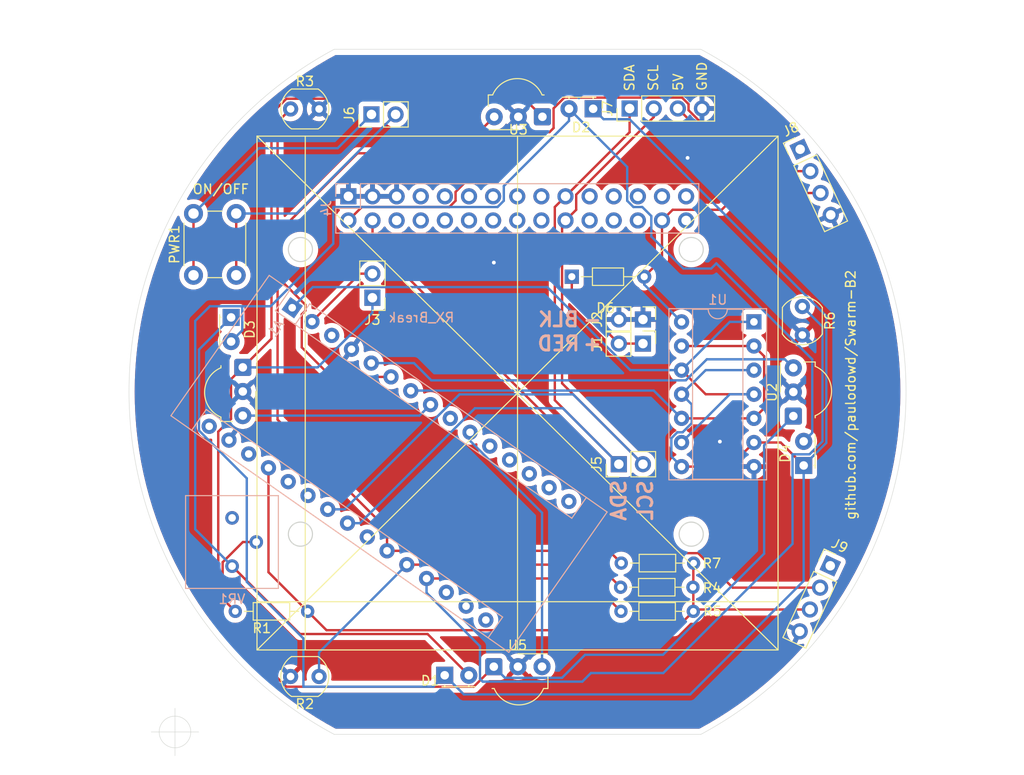
<source format=kicad_pcb>
(kicad_pcb (version 20221018) (generator pcbnew)
  (layers (0 "F.Cu" signal) (31 "B.Cu" signal) (34 "B.Paste" user) (35 "F.Paste" user) (36 "B.SilkS" user "B.Silkscreen") (37 "F.SilkS" user "F.Silkscreen") (38 "B.Mask" user) (39 "F.Mask" user) (44 "Edge.Cuts" user))
  (net 0 "")
  (net 8 "Net-(A1-D7)")
  (net 11 "Net-(A1-A5)")
  (net 12 "Net-(A1-D5)")
  (net 13 "Net-(A1-A4)")
  (net 14 "Net-(A1-D4)")
  (net 16 "Net-(A1-D3)")
  (net 17 "Net-(A1-D2)")
  (net 20 "Net-(A1-D0{slash}RX)")
  (net 22 "Net-(A1-D1{slash}TX)")
  (net 23 "Net-(D1-A)")
  (net 24 "Net-(D1-K)")
  (net 25 "Net-(D6-K)")
  (net 28 "GND")
  (net 29 "+5V")
  (net 31 "Net-(J4-Pin_2)")
  (net 32 "Net-(J4-Pin_4)")
  (net 33 "Net-(U2-OUT)")
  (net 34 "Net-(VR1-WIPER)")
  (net 58 "Net-(J6-Pad1)")
  (net 59 "Net-(J6-Pad2)")
  (net 60 "Net-(A1-A0)")
  (net 61 "Net-(A1-A1)")
  (net 62 "Net-(A1-A2)")
  (footprint "LED_THT:LED_D3.0mm_Horizontal_O1.27mm_Z2.0mm" (layer "F.Cu") (at 111.204 124.078)
    (fp_text reference "D1" (at -1.521803 0.573822) (layer "F.SilkS"))
    (fp_text value "IR_LED")
    (pad "1" thru_hole rect (at 0 0) (size 1.8 1.8) (drill 0.9) (layers "*.Cu" "*.Mask") (net 24 "Net-(D1-K)"))
    (pad "2" thru_hole circle (at 2.54 0) (size 1.8 1.8) (drill 0.9) (layers "*.Cu" "*.Mask") (net 23 "Net-(D1-A)"))
  )
  (footprint "LED_THT:LED_D3.0mm_Horizontal_O1.27mm_Z2.0mm" (layer "F.Cu") (at 126.834 64.428 180)
    (fp_text reference "D2" (at 1.27 -1.96) (layer "F.SilkS"))
    (fp_text value "IR_LED")
    (pad "1" thru_hole rect (at 0 0 180) (size 1.8 1.8) (drill 0.9) (layers "*.Cu" "*.Mask") (net 24 "Net-(D1-K)"))
    (pad "2" thru_hole circle (at 2.54 0 180) (size 1.8 1.8) (drill 0.9) (layers "*.Cu" "*.Mask") (net 23 "Net-(D1-A)"))
  )
  (footprint "LED_THT:LED_D3.0mm_Horizontal_O1.27mm_Z2.0mm" (layer "F.Cu") (at 88.714 86.398 -90)
    (fp_text reference "D3" (at 1.27 -1.96 90) (layer "F.SilkS"))
    (fp_text value "IR_LED")
    (pad "1" thru_hole rect (at 0 0 270) (size 1.8 1.8) (drill 0.9) (layers "*.Cu" "*.Mask") (net 24 "Net-(D1-K)"))
    (pad "2" thru_hole circle (at 2.54 0 270) (size 1.8 1.8) (drill 0.9) (layers "*.Cu" "*.Mask") (net 23 "Net-(D1-A)"))
  )
  (footprint "LED_THT:LED_D3.0mm_Horizontal_O1.27mm_Z2.0mm" (layer "F.Cu") (at 149.004 101.988 90)
    (fp_text reference "D4" (at 1.27 -1.96 90) (layer "F.SilkS"))
    (fp_text value "IR_LED")
    (pad "1" thru_hole rect (at 0 0 90) (size 1.8 1.8) (drill 0.9) (layers "*.Cu" "*.Mask") (net 24 "Net-(D1-K)"))
    (pad "2" thru_hole circle (at 2.54 0 90) (size 1.8 1.8) (drill 0.9) (layers "*.Cu" "*.Mask") (net 23 "Net-(D1-A)"))
  )
  (footprint "OptoDevice:Vishay_MOLD-3Pin" (layer "F.Cu") (at 89.944 91.658 -90)
    (fp_text reference "U4" hide)
    (fp_text value "TSDP34138")
    (pad "1" thru_hole roundrect (at 0 0 270) (size 1.8 1.8) (drill 0.9) (layers "*.Cu" "*.Mask") (roundrect_rratio 0.138) (net 33 "Net-(U2-OUT)"))
    (pad "2" thru_hole circle (at 2.54 0 270) (size 1.8 1.8) (drill 0.9) (layers "*.Cu" "*.Mask") (net 28 "GND"))
    (pad "3" thru_hole circle (at 5.08 0 270) (size 1.8 1.8) (drill 0.9) (layers "*.Cu" "*.Mask") (net 12 "Net-(A1-D5)"))
  )
  (footprint "Connector_PinHeader_2.54mm:PinHeader_1x02_P2.54mm_Vertical" (layer "F.Cu") (at 103.594 84.328 180)
    (fp_text reference "J3" (at 0 -2.33) (layer "F.SilkS"))
    (fp_text value "RX_Break")
    (pad "1" thru_hole rect (at 0 0 180) (size 1.7 1.7) (drill 1) (layers "*.Cu" "*.Mask") (net 33 "Net-(U2-OUT)"))
    (pad "2" thru_hole oval (at 0 2.54 180) (size 1.7 1.7) (drill 1) (layers "*.Cu" "*.Mask") (net 20 "Net-(A1-D0{slash}RX)"))
  )
  (footprint "OptoDevice:R_LDR_5.0x4.1mm_P3mm_Vertical" (layer "F.Cu") (at 148.864 85.248 -90)
    (fp_text reference "R6" (at 1.5 -2.9 90) (layer "F.SilkS"))
    (fp_text value "LDR")
    (pad "1" thru_hole circle (at 0 0 270) (size 1.6 1.6) (drill 0.8) (layers "*.Cu" "*.Mask") (net 60 "Net-(A1-A0)"))
    (pad "2" thru_hole circle (at 3 0 270) (size 1.6 1.6) (drill 0.8) (layers "*.Cu" "*.Mask") (net 28 "GND"))
  )
  (footprint "Diode_THT:D_DO-34_SOD68_P7.62mm_Horizontal" (layer "F.Cu") (at 124.589 82.11)
    (fp_text reference "D6" (at 3.556 3.302) (layer "F.SilkS"))
    (fp_text value "1N5819")
    (pad "1" thru_hole rect (at 0 0) (size 1.5 1.5) (drill 0.75) (layers "*.Cu" "*.Mask") (net 25 "Net-(D6-K)"))
    (pad "2" thru_hole oval (at 7.62 0) (size 1.5 1.5) (drill 0.75) (layers "*.Cu" "*.Mask") (net 29 "+5V"))
  )
  (footprint "Connector_PinHeader_2.54mm:PinHeader_1x02_P2.54mm_Vertical" (layer "F.Cu") (at 129.54 101.854 90)
    (fp_text reference "J5" (at 0 -2.33 90) (layer "F.SilkS"))
    (fp_text value "I2C_3Pi")
    (pad "1" thru_hole rect (at 0 0 90) (size 1.7 1.7) (drill 1) (layers "*.Cu" "*.Mask") (net 13 "Net-(A1-A4)"))
    (pad "2" thru_hole oval (at 0 2.54 90) (size 1.7 1.7) (drill 1) (layers "*.Cu" "*.Mask") (net 11 "Net-(A1-A5)"))
  )
  (footprint "Connector_PinHeader_2.54mm:PinHeader_1x02_P2.54mm_Vertical" (layer "F.Cu") (at 132.08 86.614 -90)
    (fp_text reference "J2" (at 0 4.826 90) (layer "F.SilkS"))
    (fp_text value "GND_3Pi")
    (pad "1" thru_hole rect (at 0 0 270) (size 1.7 1.7) (drill 1) (layers "*.Cu" "*.Mask") (net 28 "GND"))
    (pad "2" thru_hole oval (at 0 2.54 270) (size 1.7 1.7) (drill 1) (layers "*.Cu" "*.Mask") (net 28 "GND"))
  )
  (footprint "Connector_PinHeader_2.54mm:PinHeader_1x02_P2.54mm_Vertical" (layer "F.Cu") (at 132.08 89.154 -90)
    (fp_text reference "J1" (at 0 4.826 90) (layer "F.SilkS"))
    (fp_text value "5v_3Pi")
    (pad "1" thru_hole rect (at 0 0 270) (size 1.7 1.7) (drill 1) (layers "*.Cu" "*.Mask") (net 25 "Net-(D6-K)"))
    (pad "2" thru_hole oval (at 0 2.54 270) (size 1.7 1.7) (drill 1) (layers "*.Cu" "*.Mask") (net 25 "Net-(D6-K)"))
  )
  (footprint "Resistor_THT:R_Axial_DIN0204_L3.6mm_D1.6mm_P7.62mm_Horizontal" (layer "F.Cu") (at 96.774 117.348 180)
    (fp_text reference "R1" (at 4.826 -1.778) (layer "F.SilkS"))
    (fp_text value "15R_IRLED")
    (pad "1" thru_hole circle (at 0 0 180) (size 1.4 1.4) (drill 0.7) (layers "*.Cu" "*.Mask") (net 29 "+5V"))
    (pad "2" thru_hole oval (at 7.62 0 180) (size 1.4 1.4) (drill 0.7) (layers "*.Cu" "*.Mask") (net 34 "Net-(VR1-WIPER)"))
  )
  (footprint "Resistor_THT:R_Axial_DIN0204_L3.6mm_D1.6mm_P7.62mm_Horizontal" (layer "F.Cu") (at 137.384 117.348 180)
    (fp_text reference "R5" (at -2.02 0) (layer "F.SilkS"))
    (fp_text value "10K_LDR")
    (pad "1" thru_hole circle (at 0 0 180) (size 1.4 1.4) (drill 0.7) (layers "*.Cu" "*.Mask") (net 29 "+5V"))
    (pad "2" thru_hole oval (at 7.62 0 180) (size 1.4 1.4) (drill 0.7) (layers "*.Cu" "*.Mask") (net 60 "Net-(A1-A0)"))
  )
  (footprint "Connector_PinHeader_2.54mm:PinHeader_1x02_P2.54mm_Vertical" (layer "F.Cu") (at 103.492 65.024 90)
    (fp_text reference "J6" (at 0 -2.33 90) (layer "F.SilkS"))
    (fp_text value "3PI_SWTCH")
    (pad "1" thru_hole rect (at 0 0 90) (size 1.7 1.7) (drill 1) (layers "*.Cu" "*.Mask") (net 58 "Net-(J6-Pad1)"))
    (pad "2" thru_hole oval (at 0 2.54 90) (size 1.7 1.7) (drill 1) (layers "*.Cu" "*.Mask") (net 59 "Net-(J6-Pad2)"))
  )
  (footprint "Button_Switch_THT:SW_PUSH_6mm" (layer "F.Cu") (at 84.754 81.958 90)
    (fp_text reference "PWR1" (at 3.25 -2 90) (layer "F.SilkS"))
    (fp_text value "Bttn")
    (pad "1" thru_hole circle (at 0 0 180) (size 2 2) (drill 1.1) (layers "*.Cu" "*.Mask") (net 58 "Net-(J6-Pad1)"))
    (pad "1" thru_hole circle (at 6.5 0 180) (size 2 2) (drill 1.1) (layers "*.Cu" "*.Mask") (net 58 "Net-(J6-Pad1)"))
    (pad "2" thru_hole circle (at 0 4.5 180) (size 2 2) (drill 1.1) (layers "*.Cu" "*.Mask") (net 59 "Net-(J6-Pad2)"))
    (pad "2" thru_hole circle (at 6.5 4.5 180) (size 2 2) (drill 1.1) (layers "*.Cu" "*.Mask") (net 59 "Net-(J6-Pad2)"))
  )
  (footprint "OptoDevice:R_LDR_5.0x4.1mm_P3mm_Vertical" (layer "F.Cu") (at 94.979 64.448)
    (fp_text reference "R3" (at 1.5 -2.9) (layer "F.SilkS"))
    (fp_text value "LDR")
    (pad "1" thru_hole circle (at 0 0) (size 1.6 1.6) (drill 0.8) (layers "*.Cu" "*.Mask") (net 62 "Net-(A1-A2)"))
    (pad "2" thru_hole circle (at 3 0) (size 1.6 1.6) (drill 0.8) (layers "*.Cu" "*.Mask") (net 28 "GND"))
  )
  (footprint "Connector_PinHeader_2.54mm:PinHeader_1x04_P2.54mm_Vertical" (layer "F.Cu") (at 130.674 64.4 90)
    (fp_text reference "J7" (at 0 -2.33 90) (layer "F.SilkS"))
    (fp_text value "I2C_Exp")
    (pad "1" thru_hole rect (at 0 0 90) (size 1.7 1.7) (drill 1) (layers "*.Cu" "*.Mask") (net 13 "Net-(A1-A4)"))
    (pad "2" thru_hole oval (at 0 2.54 90) (size 1.7 1.7) (drill 1) (layers "*.Cu" "*.Mask") (net 11 "Net-(A1-A5)"))
    (pad "3" thru_hole oval (at 0 5.08 90) (size 1.7 1.7) (drill 1) (layers "*.Cu" "*.Mask") (net 29 "+5V"))
    (pad "4" thru_hole oval (at 0 7.62 90) (size 1.7 1.7) (drill 1) (layers "*.Cu" "*.Mask") (net 28 "GND"))
  )
  (footprint "Resistor_THT:R_Axial_DIN0204_L3.6mm_D1.6mm_P7.62mm_Horizontal" (layer "F.Cu") (at 137.414 112.268 180)
    (fp_text reference "R7" (at -1.915 -0.03) (layer "F.SilkS"))
    (fp_text value "10K_LDR")
    (pad "1" thru_hole circle (at 0 0 180) (size 1.4 1.4) (drill 0.7) (layers "*.Cu" "*.Mask") (net 29 "+5V"))
    (pad "2" thru_hole oval (at 7.62 0 180) (size 1.4 1.4) (drill 0.7) (layers "*.Cu" "*.Mask") (net 62 "Net-(A1-A2)"))
  )
  (footprint "OptoDevice:R_LDR_5.0x4.1mm_P3mm_Vertical" (layer "F.Cu") (at 97.974 124.208 180)
    (fp_text reference "R2" (at 1.5 -2.9) (layer "F.SilkS"))
    (fp_text value "LDR")
    (pad "1" thru_hole circle (at 0 0 180) (size 1.6 1.6) (drill 0.8) (layers "*.Cu" "*.Mask") (net 61 "Net-(A1-A1)"))
    (pad "2" thru_hole circle (at 3 0 180) (size 1.6 1.6) (drill 0.8) (layers "*.Cu" "*.Mask") (net 28 "GND"))
  )
  (footprint "Resistor_THT:R_Axial_DIN0204_L3.6mm_D1.6mm_P7.62mm_Horizontal" (layer "F.Cu") (at 137.344 114.808 180)
    (fp_text reference "R4" (at -2.01 -0.09) (layer "F.SilkS"))
    (fp_text value "10K_LDR")
    (pad "1" thru_hole circle (at 0 0 180) (size 1.4 1.4) (drill 0.7) (layers "*.Cu" "*.Mask") (net 29 "+5V"))
    (pad "2" thru_hole oval (at 7.62 0 180) (size 1.4 1.4) (drill 0.7) (layers "*.Cu" "*.Mask") (net 61 "Net-(A1-A1)"))
  )
  (footprint "Connector_PinHeader_2.54mm:PinHeader_1x04_P2.54mm_Vertical" (layer "F.Cu") (at 148.633649 68.693935 25)
    (fp_text reference "J8" (at 0 -2.33 25) (layer "F.SilkS"))
    (fp_text value "ProxA")
    (pad "1" thru_hole rect (at 0 0 25) (size 1.7 1.7) (drill 1) (layers "*.Cu" "*.Mask"))
    (pad "2" thru_hole oval (at 0 2.54 25) (size 1.7 1.7) (drill 1) (layers "*.Cu" "*.Mask") (net 31 "Net-(J4-Pin_2)"))
    (pad "3" thru_hole oval (at 0 5.08 25) (size 1.7 1.7) (drill 1) (layers "*.Cu" "*.Mask") (net 29 "+5V"))
    (pad "4" thru_hole oval (at 0 7.62 25) (size 1.7 1.7) (drill 1) (layers "*.Cu" "*.Mask") (net 28 "GND"))
  )
  (footprint "OptoDevice:Vishay_MOLD-3Pin" (layer "F.Cu") (at 116.374 123.173)
    (fp_text reference "U5" (at 2.5 -2.25) (layer "F.SilkS"))
    (fp_text value "TSDP34138")
    (pad "1" thru_hole roundrect (at 0 0) (size 1.8 1.8) (drill 0.9) (layers "*.Cu" "*.Mask") (roundrect_rratio 0.138) (net 33 "Net-(U2-OUT)"))
    (pad "2" thru_hole circle (at 2.54 0) (size 1.8 1.8) (drill 0.9) (layers "*.Cu" "*.Mask") (net 28 "GND"))
    (pad "3" thru_hole circle (at 5.08 0) (size 1.8 1.8) (drill 0.9) (layers "*.Cu" "*.Mask") (net 8 "Net-(A1-D7)"))
  )
  (footprint "Connector_PinHeader_2.54mm:PinHeader_1x04_P2.54mm_Vertical" (layer "F.Cu") (at 151.804 112.55 -25)
    (fp_text reference "J9" (at 0 -2.33 155) (layer "F.SilkS"))
    (fp_text value "ProxB")
    (pad "1" thru_hole rect (at 0 0 335) (size 1.7 1.7) (drill 1) (layers "*.Cu" "*.Mask"))
    (pad "2" thru_hole oval (at 0 2.54 335) (size 1.7 1.7) (drill 1) (layers "*.Cu" "*.Mask") (net 32 "Net-(J4-Pin_4)"))
    (pad "3" thru_hole oval (at 0 5.08 335) (size 1.7 1.7) (drill 1) (layers "*.Cu" "*.Mask") (net 29 "+5V"))
    (pad "4" thru_hole oval (at 0 7.62 335) (size 1.7 1.7) (drill 1) (layers "*.Cu" "*.Mask") (net 28 "GND"))
  )
  (footprint "OptoDevice:Vishay_MOLD-3Pin" (layer "F.Cu") (at 121.494 65.273 180)
    (fp_text reference "U3" (at 2.54 -1.36) (layer "F.SilkS"))
    (fp_text value "TSDP34138")
    (pad "1" thru_hole roundrect (at 0 0 180) (size 1.8 1.8) (drill 0.9) (layers "*.Cu" "*.Mask") (roundrect_rratio 0.138) (net 33 "Net-(U2-OUT)"))
    (pad "2" thru_hole circle (at 2.54 0 180) (size 1.8 1.8) (drill 0.9) (layers "*.Cu" "*.Mask") (net 28 "GND"))
    (pad "3" thru_hole circle (at 5.08 0 180) (size 1.8 1.8) (drill 0.9) (layers "*.Cu" "*.Mask") (net 16 "Net-(A1-D3)"))
  )
  (footprint "OptoDevice:Vishay_MOLD-3Pin" (layer "F.Cu") (at 147.914 96.788 90)
    (fp_text reference "U2" (at 2.5 -2.25 90) (layer "F.SilkS"))
    (fp_text value "TSDP34138")
    (pad "1" thru_hole roundrect (at 0 0 90) (size 1.8 1.8) (drill 0.9) (layers "*.Cu" "*.Mask") (roundrect_rratio 0.138) (net 33 "Net-(U2-OUT)"))
    (pad "2" thru_hole circle (at 2.54 0 90) (size 1.8 1.8) (drill 0.9) (layers "*.Cu" "*.Mask") (net 28 "GND"))
    (pad "3" thru_hole circle (at 5.08 0 90) (size 1.8 1.8) (drill 0.9) (layers "*.Cu" "*.Mask") (net 17 "Net-(A1-D2)"))
  )
  (footprint "Module:Arduino_Nano" (layer "B.Cu") (at 95.148197 85.378397 -125)
    (fp_text reference "A1" (at 2.760458 0.159755 55) (layer "B.SilkS") (effects (justify mirror)))
    (fp_text value "Arduino_Nano_v3.x")
    (pad "1" thru_hole rect (at 0 0 235) (size 1.6 1.6) (drill 0.8) (layers "*.Cu" "*.Mask") (net 22 "Net-(A1-D1{slash}TX)"))
    (pad "2" thru_hole oval (at 0 -2.54 235) (size 1.6 1.6) (drill 0.8) (layers "*.Cu" "*.Mask") (net 20 "Net-(A1-D0{slash}RX)"))
    (pad "3" thru_hole oval (at 0 -5.08 235) (size 1.6 1.6) (drill 0.8) (layers "*.Cu" "*.Mask"))
    (pad "4" thru_hole oval (at 0 -7.62 235) (size 1.6 1.6) (drill 0.8) (layers "*.Cu" "*.Mask") (net 28 "GND"))
    (pad "5" thru_hole oval (at 0 -10.16 235) (size 1.6 1.6) (drill 0.8) (layers "*.Cu" "*.Mask") (net 17 "Net-(A1-D2)"))
    (pad "6" thru_hole oval (at 0 -12.7 235) (size 1.6 1.6) (drill 0.8) (layers "*.Cu" "*.Mask") (net 16 "Net-(A1-D3)"))
    (pad "7" thru_hole oval (at 0 -15.24 235) (size 1.6 1.6) (drill 0.8) (layers "*.Cu" "*.Mask") (net 14 "Net-(A1-D4)"))
    (pad "8" thru_hole oval (at 0 -17.78 235) (size 1.6 1.6) (drill 0.8) (layers "*.Cu" "*.Mask") (net 12 "Net-(A1-D5)"))
    (pad "9" thru_hole oval (at 0 -20.32 235) (size 1.6 1.6) (drill 0.8) (layers "*.Cu" "*.Mask"))
    (pad "10" thru_hole oval (at 0 -22.86 235) (size 1.6 1.6) (drill 0.8) (layers "*.Cu" "*.Mask") (net 8 "Net-(A1-D7)"))
    (pad "11" thru_hole oval (at 0 -25.4 235) (size 1.6 1.6) (drill 0.8) (layers "*.Cu" "*.Mask"))
    (pad "12" thru_hole oval (at 0 -27.94 235) (size 1.6 1.6) (drill 0.8) (layers "*.Cu" "*.Mask"))
    (pad "13" thru_hole oval (at 0 -30.48 235) (size 1.6 1.6) (drill 0.8) (layers "*.Cu" "*.Mask"))
    (pad "14" thru_hole oval (at 0 -33.02 235) (size 1.6 1.6) (drill 0.8) (layers "*.Cu" "*.Mask"))
    (pad "15" thru_hole oval (at 0 -35.56 235) (size 1.6 1.6) (drill 0.8) (layers "*.Cu" "*.Mask"))
    (pad "16" thru_hole oval (at 15.24 -35.56 235) (size 1.6 1.6) (drill 0.8) (layers "*.Cu" "*.Mask"))
    (pad "17" thru_hole oval (at 15.24 -33.02 235) (size 1.6 1.6) (drill 0.8) (layers "*.Cu" "*.Mask"))
    (pad "18" thru_hole oval (at 15.24 -30.48 235) (size 1.6 1.6) (drill 0.8) (layers "*.Cu" "*.Mask"))
    (pad "19" thru_hole oval (at 15.24 -27.94 235) (size 1.6 1.6) (drill 0.8) (layers "*.Cu" "*.Mask") (net 60 "Net-(A1-A0)"))
    (pad "20" thru_hole oval (at 15.24 -25.4 235) (size 1.6 1.6) (drill 0.8) (layers "*.Cu" "*.Mask") (net 61 "Net-(A1-A1)"))
    (pad "21" thru_hole oval (at 15.24 -22.86 235) (size 1.6 1.6) (drill 0.8) (layers "*.Cu" "*.Mask") (net 62 "Net-(A1-A2)"))
    (pad "22" thru_hole oval (at 15.24 -20.32 235) (size 1.6 1.6) (drill 0.8) (layers "*.Cu" "*.Mask"))
    (pad "23" thru_hole oval (at 15.24 -17.78 235) (size 1.6 1.6) (drill 0.8) (layers "*.Cu" "*.Mask") (net 13 "Net-(A1-A4)"))
    (pad "24" thru_hole oval (at 15.24 -15.24 235) (size 1.6 1.6) (drill 0.8) (layers "*.Cu" "*.Mask") (net 11 "Net-(A1-A5)"))
    (pad "25" thru_hole oval (at 15.24 -12.7 235) (size 1.6 1.6) (drill 0.8) (layers "*.Cu" "*.Mask"))
    (pad "26" thru_hole oval (at 15.24 -10.16 235) (size 1.6 1.6) (drill 0.8) (layers "*.Cu" "*.Mask"))
    (pad "27" thru_hole oval (at 15.24 -7.62 235) (size 1.6 1.6) (drill 0.8) (layers "*.Cu" "*.Mask") (net 29 "+5V"))
    (pad "28" thru_hole oval (at 15.24 -5.08 235) (size 1.6 1.6) (drill 0.8) (layers "*.Cu" "*.Mask"))
    (pad "29" thru_hole oval (at 15.24 -2.54 235) (size 1.6 1.6) (drill 0.8) (layers "*.Cu" "*.Mask") (net 28 "GND"))
    (pad "30" thru_hole oval (at 15.24 0 235) (size 1.6 1.6) (drill 0.8) (layers "*.Cu" "*.Mask"))
  )
  (footprint "Package_DIP:DIP-14_W7.62mm_Socket" (layer "B.Cu") (at 143.764 86.868 180)
    (fp_text reference "U1" (at 3.81 2.33) (layer "B.SilkS") (effects (justify mirror)))
    (fp_text value "74LS32")
    (pad "1" thru_hole rect (at 0 0 180) (size 1.6 1.6) (drill 0.8) (layers "*.Cu" "*.Mask") (net 22 "Net-(A1-D1{slash}TX)"))
    (pad "2" thru_hole oval (at 0 -2.54 180) (size 1.6 1.6) (drill 0.8) (layers "*.Cu" "*.Mask") (net 14 "Net-(A1-D4)"))
    (pad "3" thru_hole oval (at 0 -5.08 180) (size 1.6 1.6) (drill 0.8) (layers "*.Cu" "*.Mask") (net 24 "Net-(D1-K)"))
    (pad "4" thru_hole oval (at 0 -7.62 180) (size 1.6 1.6) (drill 0.8) (layers "*.Cu" "*.Mask") (net 22 "Net-(A1-D1{slash}TX)"))
    (pad "5" thru_hole oval (at 0 -10.16 180) (size 1.6 1.6) (drill 0.8) (layers "*.Cu" "*.Mask") (net 14 "Net-(A1-D4)"))
    (pad "6" thru_hole oval (at 0 -12.7 180) (size 1.6 1.6) (drill 0.8) (layers "*.Cu" "*.Mask") (net 24 "Net-(D1-K)"))
    (pad "7" thru_hole oval (at 0 -15.24 180) (size 1.6 1.6) (drill 0.8) (layers "*.Cu" "*.Mask") (net 28 "GND"))
    (pad "8" thru_hole oval (at 7.62 -15.24 180) (size 1.6 1.6) (drill 0.8) (layers "*.Cu" "*.Mask") (net 24 "Net-(D1-K)"))
    (pad "9" thru_hole oval (at 7.62 -12.7 180) (size 1.6 1.6) (drill 0.8) (layers "*.Cu" "*.Mask") (net 22 "Net-(A1-D1{slash}TX)"))
    (pad "10" thru_hole oval (at 7.62 -10.16 180) (size 1.6 1.6) (drill 0.8) (layers "*.Cu" "*.Mask") (net 14 "Net-(A1-D4)"))
    (pad "11" thru_hole oval (at 7.62 -7.62 180) (size 1.6 1.6) (drill 0.8) (layers "*.Cu" "*.Mask") (net 24 "Net-(D1-K)"))
    (pad "12" thru_hole oval (at 7.62 -5.08 180) (size 1.6 1.6) (drill 0.8) (layers "*.Cu" "*.Mask") (net 22 "Net-(A1-D1{slash}TX)"))
    (pad "13" thru_hole oval (at 7.62 -2.54 180) (size 1.6 1.6) (drill 0.8) (layers "*.Cu" "*.Mask") (net 14 "Net-(A1-D4)"))
    (pad "14" thru_hole oval (at 7.62 0 180) (size 1.6 1.6) (drill 0.8) (layers "*.Cu" "*.Mask") (net 29 "+5V"))
  )
  (footprint "Potentiometer_THT:Potentiometer_Bourns_3386P_Vertical" (layer "B.Cu") (at 88.819 107.508)
    (fp_text reference "VR1" (at -0.015 8.555) (layer "B.SilkS") (effects (justify mirror)))
    (fp_text value "1K_Pot_IRLED")
    (pad "1" thru_hole circle (at 0 0) (size 1.44 1.44) (drill 0.8) (layers "*.Cu" "*.Mask"))
    (pad "2" thru_hole circle (at 2.54 2.54) (size 1.44 1.44) (drill 0.8) (layers "*.Cu" "*.Mask") (net 34 "Net-(VR1-WIPER)"))
    (pad "3" thru_hole circle (at 0 5.08) (size 1.44 1.44) (drill 0.8) (layers "*.Cu" "*.Mask") (net 23 "Net-(D1-A)"))
  )
  (footprint "Connector_PinHeader_2.54mm:PinHeader_2x15_P2.54mm_Vertical" (layer "B.Cu") (at 101.064 73.648 -90)
    (fp_text reference "J4" (at 1.27 2.33 90) (layer "B.SilkS") (effects (justify mirror)))
    (fp_text value "Conn_02x15_Top_Bottom")
    (pad "1" thru_hole rect (at 0 0 270) (size 1.7 1.7) (drill 1) (layers "*.Cu" "*.Mask") (net 28 "GND"))
    (pad "2" thru_hole oval (at 2.54 0 270) (size 1.7 1.7) (drill 1) (layers "*.Cu" "*.Mask") (net 31 "Net-(J4-Pin_2)"))
    (pad "3" thru_hole oval (at 0 -2.54 270) (size 1.7 1.7) (drill 1) (layers "*.Cu" "*.Mask") (net 28 "GND"))
    (pad "4" thru_hole oval (at 2.54 -2.54 270) (size 1.7 1.7) (drill 1) (layers "*.Cu" "*.Mask") (net 32 "Net-(J4-Pin_4)"))
    (pad "5" thru_hole oval (at 0 -5.08 270) (size 1.7 1.7) (drill 1) (layers "*.Cu" "*.Mask") (net 28 "GND"))
    (pad "6" thru_hole oval (at 2.54 -5.08 270) (size 1.7 1.7) (drill 1) (layers "*.Cu" "*.Mask"))
    (pad "7" thru_hole oval (at 0 -7.62 270) (size 1.7 1.7) (drill 1) (layers "*.Cu" "*.Mask"))
    (pad "8" thru_hole oval (at 2.54 -7.62 270) (size 1.7 1.7) (drill 1) (layers "*.Cu" "*.Mask"))
    (pad "9" thru_hole oval (at 0 -10.16 270) (size 1.7 1.7) (drill 1) (layers "*.Cu" "*.Mask"))
    (pad "10" thru_hole oval (at 2.54 -10.16 270) (size 1.7 1.7) (drill 1) (layers "*.Cu" "*.Mask"))
    (pad "11" thru_hole oval (at 0 -12.7 270) (size 1.7 1.7) (drill 1) (layers "*.Cu" "*.Mask"))
    (pad "12" thru_hole oval (at 2.54 -12.7 270) (size 1.7 1.7) (drill 1) (layers "*.Cu" "*.Mask"))
    (pad "13" thru_hole oval (at 0 -15.24 270) (size 1.7 1.7) (drill 1) (layers "*.Cu" "*.Mask"))
    (pad "14" thru_hole oval (at 2.54 -15.24 270) (size 1.7 1.7) (drill 1) (layers "*.Cu" "*.Mask"))
    (pad "15" thru_hole oval (at 0 -17.78 270) (size 1.7 1.7) (drill 1) (layers "*.Cu" "*.Mask"))
    (pad "16" thru_hole oval (at 2.54 -17.78 270) (size 1.7 1.7) (drill 1) (layers "*.Cu" "*.Mask"))
    (pad "17" thru_hole oval (at 0 -20.32 270) (size 1.7 1.7) (drill 1) (layers "*.Cu" "*.Mask"))
    (pad "18" thru_hole oval (at 2.54 -20.32 270) (size 1.7 1.7) (drill 1) (layers "*.Cu" "*.Mask"))
    (pad "19" thru_hole oval (at 0 -22.86 270) (size 1.7 1.7) (drill 1) (layers "*.Cu" "*.Mask") (net 13 "Net-(A1-A4)"))
    (pad "20" thru_hole oval (at 2.54 -22.86 270) (size 1.7 1.7) (drill 1) (layers "*.Cu" "*.Mask") (net 11 "Net-(A1-A5)"))
    (pad "21" thru_hole oval (at 0 -25.4 270) (size 1.7 1.7) (drill 1) (layers "*.Cu" "*.Mask"))
    (pad "22" thru_hole oval (at 2.54 -25.4 270) (size 1.7 1.7) (drill 1) (layers "*.Cu" "*.Mask"))
    (pad "23" thru_hole oval (at 0 -27.94 270) (size 1.7 1.7) (drill 1) (layers "*.Cu" "*.Mask"))
    (pad "24" thru_hole oval (at 2.54 -27.94 270) (size 1.7 1.7) (drill 1) (layers "*.Cu" "*.Mask"))
    (pad "25" thru_hole oval (at 0 -30.48 270) (size 1.7 1.7) (drill 1) (layers "*.Cu" "*.Mask"))
    (pad "26" thru_hole oval (at 2.54 -30.48 270) (size 1.7 1.7) (drill 1) (layers "*.Cu" "*.Mask"))
    (pad "27" thru_hole oval (at 0 -33.02 270) (size 1.7 1.7) (drill 1) (layers "*.Cu" "*.Mask"))
    (pad "28" thru_hole oval (at 2.54 -33.02 270) (size 1.7 1.7) (drill 1) (layers "*.Cu" "*.Mask") (net 29 "+5V"))
    (pad "29" thru_hole oval (at 0 -35.56 270) (size 1.7 1.7) (drill 1) (layers "*.Cu" "*.Mask"))
    (pad "30" thru_hole oval (at 2.54 -35.56 270) (size 1.7 1.7) (drill 1) (layers "*.Cu" "*.Mask"))
  )
  (gr_line (start 91.44 67.31) (end 91.44 121.412) (stroke (width 0.12)) (layer "F.SilkS"))
  (gr_line (start 146.304 67.31) (end 146.304 121.412) (stroke (width 0.12)) (layer "F.SilkS"))
  (gr_line (start 91.44 121.412) (end 146.304 67.31) (stroke (width 0.12)) (layer "F.SilkS"))
  (gr_line (start 96.52 67.31) (end 96.52 121.412) (stroke (width 0.12)) (layer "F.SilkS"))
  (gr_line (start 118.872 67.31) (end 118.872 121.412) (stroke (width 0.12)) (layer "F.SilkS"))
  (gr_line (start 91.44 116.332) (end 146.304 116.332) (stroke (width 0.12)) (layer "F.SilkS"))
  (gr_line (start 91.44 67.31) (end 146.304 67.31) (stroke (width 0.12)) (layer "F.SilkS"))
  (gr_line (start 91.44 121.412) (end 146.304 121.412) (stroke (width 0.12)) (layer "F.SilkS"))
  (gr_line (start 91.44 67.31) (end 146.304 121.412) (stroke (width 0.12)) (layer "F.SilkS"))
  (gr_circle (center 96.012 79.248) (end 97.282 79.248) (stroke (width 0.12)) (fill none) (layer "Edge.Cuts"))
  (gr_line (start 99.568001 58.166) (end 138.176 58.166) (stroke (width 0.05)) (layer "Edge.Cuts"))
  (gr_circle (center 137.16 109.22) (end 138.43 109.22) (stroke (width 0.12)) (fill none) (layer "Edge.Cuts"))
  (gr_arc (start 99.568 130.301999) (mid 77.963016 94.234) (end 99.568001 58.166001) (stroke (width 0.05)) (layer "Edge.Cuts"))
  (gr_circle (center 96.012 109.22) (end 97.282 109.22) (stroke (width 0.12)) (fill none) (layer "Edge.Cuts"))
  (gr_line (start 138.175999 130.301999) (end 99.568 130.301999) (stroke (width 0.05)) (layer "Edge.Cuts"))
  (gr_circle (center 137.16 79.248) (end 138.43 79.248) (stroke (width 0.12)) (fill none) (layer "Edge.Cuts"))
  (gr_arc (start 138.176 58.166001) (mid 159.780984 94.234) (end 138.175999 130.301999) (stroke (width 0.05)) (layer "Edge.Cuts"))
  (gr_text "SDA" (at 129.54 105.664 90) (layer "B.SilkS") (effects (font (size 1.5 1.5) (thickness 0.3)) (justify mirror)))
  (gr_text "-" (at 126.746 86.614) (layer "B.SilkS") (effects (font (size 1.5 1.5) (thickness 0.3))))
  (gr_text "+" (at 126.746 89.154) (layer "B.SilkS") (effects (font (size 1.5 1.5) (thickness 0.3))))
  (gr_text "RX_Break" (at 112.304 87) (layer "B.SilkS") (effects (font (size 1 1)) (justify left bottom mirror)))
  (gr_text "RED" (at 123.19 89.154) (layer "B.SilkS") (effects (font (size 1.5 1.5) (thickness 0.3)) (justify mirror)))
  (gr_text "SCL" (at 132.334 105.664 90) (layer "B.SilkS") (effects (font (size 1.5 1.5) (thickness 0.3)) (justify mirror)))
  (gr_text "BLK" (at 123.19 86.614) (layer "B.SilkS") (effects (font (size 1.5 1.5) (thickness 0.3)) (justify mirror)))
  (gr_text "github.com/paulodowd/Swarm-B2" (at 153.954 94.55 90) (layer "F.SilkS") (effects (font (size 1 1))))
  (gr_text "SDA" (at 131.254 62.675 90) (layer "F.SilkS") (effects (font (size 1 1)) (justify left bottom)))
  (gr_text "GND" (at 138.879 62.625 90) (layer "F.SilkS") (effects (font (size 1 1)) (justify left bottom)))
  (gr_text "ON/OFF" (at 87.63 72.898) (layer "F.SilkS") (effects (font (size 1 1))))
  (gr_text "SCL" (at 133.754 62.65 90) (layer "F.SilkS") (effects (font (size 1 1)) (justify left bottom)))
  (gr_text "5V" (at 136.379 62.625 90) (layer "F.SilkS") (effects (font (size 1 1)) (justify left bottom)))
  (target plus (at 82.804 130.048) (size 5) (width 0.05) (layer "Edge.Cuts"))
  (segment (start 121.454 123.173) (end 121.454 106.966859) (width 0.25) (layer "B.Cu") (net 8))
  (segment (start 121.454 106.966859) (end 113.874013 99.386872) (width 0.25) (layer "B.Cu") (net 8))
  (segment (start 113.874013 99.386872) (end 113.874013 98.490354) (width 0.25) (layer "B.Cu") (net 8))
  (segment (start 125.049 73.472009) (end 125.049 75.063) (width 0.25) (layer "F.Cu") (net 11))
  (segment (start 125.049 75.063) (end 123.924 76.188) (width 0.25) (layer "F.Cu") (net 11))
  (segment (start 123.564 93.338) (end 123.564 76.548) (width 0.25) (layer "F.Cu") (net 11))
  (segment (start 133.214 65.307009) (end 125.049 73.472009) (width 0.25) (layer "F.Cu") (net 11))
  (segment (start 123.564 76.548) (end 123.924 76.188) (width 0.25) (layer "F.Cu") (net 11))
  (segment (start 133.214 64.4) (end 133.214 65.307009) (width 0.25) (layer "F.Cu") (net 11))
  (segment (start 132.08 101.854) (end 123.564 93.338) (width 0.25) (layer "F.Cu") (net 11))
  (segment (start 132.08 101.854) (end 124.727586 94.501586) (width 0.25) (layer "B.Cu") (net 11))
  (segment (start 100.660421 106.603579) (end 98.890769 106.603579) (width 0.25) (layer "B.Cu") (net 11))
  (segment (start 124.727586 94.501586) (end 112.762414 94.501586) (width 0.25) (layer "B.Cu") (net 11))
  (segment (start 112.762414 94.501586) (end 100.660421 106.603579) (width 0.25) (layer "B.Cu") (net 11))
  (segment (start 89.944 96.738) (end 108.551306 96.738) (width 0.25) (layer "B.Cu") (net 12))
  (segment (start 108.551306 96.738) (end 109.71272 95.576586) (width 0.25) (layer "B.Cu") (net 12))
  (segment (start 130.674 66.898) (end 123.924 73.648) (width 0.25) (layer "F.Cu") (net 13))
  (segment (start 130.674 64.4) (end 130.674 66.898) (width 0.25) (layer "F.Cu") (net 13))
  (segment (start 122.799 74.773) (end 123.924 73.648) (width 0.25) (layer "F.Cu") (net 13))
  (segment (start 129.54 101.854) (end 122.799 95.113) (width 0.25) (layer "F.Cu") (net 13))
  (segment (start 122.799 95.113) (end 122.799 74.773) (width 0.25) (layer "F.Cu") (net 13))
  (segment (start 102.286654 108.060463) (end 100.971415 108.060463) (width 0.25) (layer "B.Cu") (net 13))
  (segment (start 129.54 101.854) (end 123.64447 95.95847) (width 0.25) (layer "B.Cu") (net 13))
  (segment (start 114.388647 95.95847) (end 102.286654 108.060463) (width 0.25) (layer "B.Cu") (net 13))
  (segment (start 123.64447 95.95847) (end 114.388647 95.95847) (width 0.25) (layer "B.Cu") (net 13))
  (segment (start 144.839 95.953) (end 143.764 97.028) (width 0.25) (layer "F.Cu") (net 14))
  (segment (start 143.764 97.028) (end 136.144 97.028) (width 0.25) (layer "F.Cu") (net 14))
  (segment (start 143.764 89.408) (end 144.839 90.483) (width 0.25) (layer "F.Cu") (net 14))
  (segment (start 136.144 89.408) (end 143.764 89.408) (width 0.25) (layer "F.Cu") (net 14))
  (segment (start 144.839 90.483) (end 144.839 95.953) (width 0.25) (layer "F.Cu") (net 14))
  (segment (start 133.217586 94.101586) (end 136.144 97.028) (width 0.25) (layer "B.Cu") (net 14))
  (segment (start 107.632074 94.119702) (end 107.65019 94.101586) (width 0.25) (layer "B.Cu") (net 14))
  (segment (start 107.65019 94.101586) (end 133.217586 94.101586) (width 0.25) (layer "B.Cu") (net 14))
  (segment (start 105.551428 92.662818) (end 99.266818 92.662818) (width 0.25) (layer "F.Cu") (net 16))
  (segment (start 96.53738 85.068028) (end 94.006484 82.537132) (width 0.25) (layer "F.Cu") (net 16))
  (segment (start 94.006484 82.537132) (end 94.006484 77.131832) (width 0.25) (layer "F.Cu") (net 16))
  (segment (start 112.572 69.115) (end 102.023315 69.115) (width 0.25) (layer "F.Cu") (net 16))
  (segment (start 96.53738 85.688766) (end 96.53738 85.068028) (width 0.25) (layer "F.Cu") (net 16))
  (segment (start 94.733658 76.404658) (end 94.548666 76.589649) (width 0.25) (layer "F.Cu") (net 16))
  (segment (start 116.414 65.273) (end 112.572 69.115) (width 0.25) (layer "F.Cu") (net 16))
  (segment (start 94.006484 77.131832) (end 94.733658 76.404658) (width 0.25) (layer "F.Cu") (net 16))
  (segment (start 96.153843 86.072303) (end 96.53738 85.688766) (width 0.25) (layer "F.Cu") (net 16))
  (segment (start 102.023315 69.115) (end 94.733658 76.404658) (width 0.25) (layer "F.Cu") (net 16))
  (segment (start 99.266818 92.662818) (end 96.153843 89.549843) (width 0.25) (layer "F.Cu") (net 16))
  (segment (start 96.153843 89.549843) (end 96.153843 86.072303) (width 0.25) (layer "F.Cu") (net 16))
  (segment (start 138.80428 90.808) (end 136.58928 93.023) (width 0.25) (layer "B.Cu") (net 17))
  (segment (start 147.914 91.708) (end 147.014 90.808) (width 0.25) (layer "B.Cu") (net 17))
  (segment (start 107.969934 91.205934) (end 103.470782 91.205934) (width 0.25) (layer "B.Cu") (net 17))
  (segment (start 147.014 90.808) (end 138.80428 90.808) (width 0.25) (layer "B.Cu") (net 17))
  (segment (start 109.787 93.023) (end 107.969934 91.205934) (width 0.25) (layer "B.Cu") (net 17))
  (segment (start 136.58928 93.023) (end 109.787 93.023) (width 0.25) (layer "B.Cu") (net 17))
  (segment (start 103.594 81.788) (end 102.276124 81.788) (width 0.25) (layer "F.Cu") (net 20))
  (segment (start 102.276124 81.788) (end 97.228843 86.835281) (width 0.25) (layer "F.Cu") (net 20))
  (segment (start 138.684 94.488) (end 136.144 91.948) (width 0.25) (layer "F.Cu") (net 22))
  (segment (start 143.764 94.488) (end 138.684 94.488) (width 0.25) (layer "F.Cu") (net 22))
  (segment (start 141.224 94.488) (end 136.144 99.568) (width 0.25) (layer "B.Cu") (net 22))
  (segment (start 130.743009 91.948) (end 136.144 91.948) (width 0.25) (layer "B.Cu") (net 22))
  (segment (start 141.224 86.868) (end 136.144 91.948) (width 0.25) (layer "B.Cu") (net 22))
  (segment (start 97.323594 83.203) (end 121.998009 83.203) (width 0.25) (layer "B.Cu") (net 22))
  (segment (start 121.998009 83.203) (end 130.743009 91.948) (width 0.25) (layer "B.Cu") (net 22))
  (segment (start 143.764 94.488) (end 141.224 94.488) (width 0.25) (layer "B.Cu") (net 22))
  (segment (start 143.764 86.868) (end 141.224 86.868) (width 0.25) (layer "B.Cu") (net 22))
  (segment (start 95.148197 85.378397) (end 97.323594 83.203) (width 0.25) (layer "B.Cu") (net 22))
  (segment (start 95.964652 119.733652) (end 109.399652 119.733652) (width 0.25) (layer "F.Cu") (net 23))
  (segment (start 88.819 112.588) (end 95.964652 119.733652) (width 0.25) (layer "F.Cu") (net 23))
  (segment (start 109.399652 119.733652) (end 113.744 124.078) (width 0.25) (layer "F.Cu") (net 23))
  (segment (start 89.889 87.763) (end 88.714 88.938) (width 0.25) (layer "B.Cu") (net 23))
  (segment (start 139.263944 81.251498) (end 136.333692 81.251498) (width 0.25) (layer "B.Cu") (net 23))
  (segment (start 86.481 85.223) (end 89.889 85.223) (width 0.25) (layer "B.Cu") (net 23))
  (segment (start 124.294 64.428) (end 124.294 65.700792) (width 0.25) (layer "B.Cu") (net 23))
  (segment (start 149.904 98.548) (end 149.904 90.80828) (width 0.25) (layer "B.Cu") (net 23))
  (segment (start 99.471 74.773) (end 99.471 78.624515) (width 0.25) (layer "B.Cu") (net 23))
  (segment (start 132.959 75.722009) (end 132.009991 74.773) (width 0.25) (layer "B.Cu") (net 23))
  (segment (start 124.294 65.700792) (end 117.429 72.565792) (width 0.25) (layer "B.Cu") (net 23))
  (segment (start 117.429 74.113991) (end 116.769991 74.773) (width 0.25) (layer "B.Cu") (net 23))
  (segment (start 116.769991 74.773) (end 99.471 74.773) (width 0.25) (layer "B.Cu") (net 23))
  (segment (start 117.429 72.565792) (end 117.429 74.113991) (width 0.25) (layer "B.Cu") (net 23))
  (segment (start 136.333692 81.251498) (end 132.959 77.876806) (width 0.25) (layer "B.Cu") (net 23))
  (segment (start 139.805581 80.709861) (end 139.263944 81.251498) (width 0.25) (layer "B.Cu") (net 23))
  (segment (start 130.419 74.113991) (end 130.419 70.553) (width 0.25) (layer "B.Cu") (net 23))
  (segment (start 89.889 85.223) (end 89.889 87.763) (width 0.25) (layer "B.Cu") (net 23))
  (segment (start 132.009991 74.773) (end 131.078009 74.773) (width 0.25) (layer "B.Cu") (net 23))
  (segment (start 132.959 77.876806) (end 132.959 75.722009) (width 0.25) (layer "B.Cu") (net 23))
  (segment (start 99.471 78.624515) (end 92.872515 85.223) (width 0.25) (layer "B.Cu") (net 23))
  (segment (start 88.819 112.588) (end 84.931892 108.700892) (width 0.25) (layer "B.Cu") (net 23))
  (segment (start 131.078009 74.773) (end 130.419 74.113991) (width 0.25) (layer "B.Cu") (net 23))
  (segment (start 84.931892 86.772108) (end 86.481 85.223) (width 0.25) (layer "B.Cu") (net 23))
  (segment (start 149.904 90.80828) (end 139.805581 80.709861) (width 0.25) (layer "B.Cu") (net 23))
  (segment (start 149.004 99.448) (end 149.904 98.548) (width 0.25) (layer "B.Cu") (net 23))
  (segment (start 84.931892 108.700892) (end 84.931892 86.772108) (width 0.25) (layer "B.Cu") (net 23))
  (segment (start 130.419 70.553) (end 124.294 64.428) (width 0.25) (layer "B.Cu") (net 23))
  (segment (start 92.872515 85.223) (end 89.889 85.223) (width 0.25) (layer "B.Cu") (net 23))
  (segment (start 136.144 102.108) (end 141.224 102.108) (width 0.25) (layer "F.Cu") (net 24))
  (segment (start 143.764 99.568) (end 146.584 99.568) (width 0.25) (layer "F.Cu") (net 24))
  (segment (start 141.224 102.108) (end 143.764 99.568) (width 0.25) (layer "F.Cu") (net 24))
  (segment (start 146.584 99.568) (end 149.004 101.988) (width 0.25) (layer "F.Cu") (net 24))
  (segment (start 136.254 98.493) (end 135.69872 98.493) (width 0.25) (layer "B.Cu") (net 24))
  (segment (start 137.219 95.563) (end 137.219 97.528) (width 0.25) (layer "B.Cu") (net 24))
  (segment (start 90.364 103.339662) (end 85.331892 98.307554) (width 0.25) (layer "B.Cu") (net 24))
  (segment (start 136.144 94.488) (end 137.219 95.563) (width 0.25) (layer "B.Cu") (net 24))
  (segment (start 151.384 99.608) (end 149.004 101.988) (width 0.25) (layer "B.Cu") (net 24))
  (segment (start 135.069 99.12272) (end 135.069 101.033) (width 0.25) (layer "B.Cu") (net 24))
  (segment (start 136.144 94.488) (end 138.684 91.948) (width 0.25) (layer "B.Cu") (net 24))
  (segment (start 137.051 126.093) (end 113.219 126.093) (width 0.25) (layer "B.Cu") (net 24))
  (segment (start 90.364 114.24) (end 90.364 103.339662) (width 0.25) (layer "B.Cu") (net 24))
  (segment (start 96.327 120.203) (end 90.364 114.24) (width 0.25) (layer "B.Cu") (net 24))
  (segment (start 126.834 64.428) (end 127.931 65.525) (width 0.25) (layer "B.Cu") (net 24))
  (segment (start 135.69872 98.493) (end 135.069 99.12272) (width 0.25) (layer "B.Cu") (net 24))
  (segment (start 151.384 86.24772) (end 151.384 99.608) (width 0.25) (layer "B.Cu") (net 24))
  (segment (start 111.204 124.078) (end 113.219 126.093) (width 0.25) (layer "B.Cu") (net 24))
  (segment (start 85.331892 89.780108) (end 88.714 86.398) (width 0.25) (layer "B.Cu") (net 24))
  (segment (start 149.004 114.14) (end 137.051 126.093) (width 0.25) (layer "B.Cu") (net 24))
  (segment (start 85.331892 98.307554) (end 85.331892 89.780108) (width 0.25) (layer "B.Cu") (net 24))
  (segment (start 135.069 101.033) (end 136.144 102.108) (width 0.25) (layer "B.Cu") (net 24))
  (segment (start 96.327 125.283) (end 96.327 120.203) (width 0.25) (layer "B.Cu") (net 24))
  (segment (start 149.004 101.988) (end 149.004 114.14) (width 0.25) (layer "B.Cu") (net 24))
  (segment (start 127.931 65.525) (end 130.66128 65.525) (width 0.25) (layer "B.Cu") (net 24))
  (segment (start 137.219 97.528) (end 136.254 98.493) (width 0.25) (layer "B.Cu") (net 24))
  (segment (start 111.204 124.078) (end 109.999 125.283) (width 0.25) (layer "B.Cu") (net 24))
  (segment (start 109.999 125.283) (end 96.327 125.283) (width 0.25) (layer "B.Cu") (net 24))
  (segment (start 138.684 91.948) (end 143.764 91.948) (width 0.25) (layer "B.Cu") (net 24))
  (segment (start 130.66128 65.525) (end 151.384 86.24772) (width 0.25) (layer "B.Cu") (net 24))
  (segment (start 124.589 82.11) (end 124.589 84.203) (width 0.25) (layer "F.Cu") (net 25))
  (segment (start 124.589 84.203) (end 129.54 89.154) (width 0.25) (layer "F.Cu") (net 25))
  (segment (start 132.08 89.154) (end 129.54 89.154) (width 0.25) (layer "F.Cu") (net 25))
  (via (at 116.379 80.625) (size 0.7) (drill 0.4) (layers "F.Cu" "B.Cu") (net 28))
  (via (at 140.179 99.475) (size 0.7) (drill 0.4) (layers "F.Cu" "B.Cu") (net 28))
  (via (at 136.779 69.6) (size 0.7) (drill 0.4) (layers "F.Cu" "B.Cu") (net 28))
  (segment (start 136.144 86.868) (end 136.144 87.34) (width 0.25) (layer "F.Cu") (net 29))
  (segment (start 150.78055 73.297979) (end 142.134021 73.297979) (width 0.25) (layer "F.Cu") (net 29))
  (segment (start 142.134021 70.780021) (end 135.754 64.4) (width 0.25) (layer "F.Cu") (net 29))
  (segment (start 137.384 117.348) (end 137.384 112.298) (width 0.25) (layer "F.Cu") (net 29))
  (segment (start 135.209 75.063) (end 140.369 75.063) (width 0.25) (layer "F.Cu") (net 29))
  (segment (start 137.384 112.298) (end 137.414 112.268) (width 0.25) (layer "F.Cu") (net 29))
  (segment (start 132.209 82.11) (end 134.084 80.235) (width 0.25) (layer "F.Cu") (net 29))
  (segment (start 98.759652 119.333652) (end 96.774 117.348) (width 0.25) (layer "F.Cu") (net 29))
  (segment (start 134.084 80.235) (end 134.084 76.188) (width 0.25) (layer "F.Cu") (net 29))
  (segment (start 142.134021 73.297979) (end 140.369 75.063) (width 0.25) (layer "F.Cu") (net 29))
  (segment (start 137.384 117.348) (end 135.398348 119.333652) (width 0.25) (layer "F.Cu") (net 29))
  (segment (start 137.577956 117.154044) (end 137.384 117.348) (width 0.25) (layer "F.Cu") (net 29))
  (segment (start 149.657099 117.154044) (end 137.577956 117.154044) (width 0.25) (layer "F.Cu") (net 29))
  (segment (start 134.084 76.188) (end 135.209 75.063) (width 0.25) (layer "F.Cu") (net 29))
  (segment (start 135.398348 119.333652) (end 98.759652 119.333652) (width 0.25) (layer "F.Cu") (net 29))
  (segment (start 132.209 82.933) (end 132.209 82.11) (width 0.25) (layer "F.Cu") (net 29))
  (segment (start 96.774 117.348) (end 92.648831 113.222831) (width 0.25) (layer "F.Cu") (net 29))
  (segment (start 92.648831 113.222831) (end 92.648831 102.232927) (width 0.25) (layer "F.Cu") (net 29))
  (segment (start 142.134021 73.297979) (end 142.134021 70.780021) (width 0.25) (layer "F.Cu") (net 29))
  (segment (start 136.144 86.868) (end 132.209 82.933) (width 0.25) (layer "B.Cu") (net 29))
  (segment (start 132.209 82.933) (end 132.209 82.11) (width 0.25) (layer "B.Cu") (net 29))
  (segment (start 118.64906 66.881949) (end 112.349 73.182009) (width 0.25) (layer "F.Cu") (net 31))
  (segment (start 111.689991 74.773) (end 102.479 74.773) (width 0.25) (layer "F.Cu") (net 31))
  (segment (start 123.801 63.253) (end 122.669 64.385) (width 0.25) (layer "F.Cu") (net 31))
  (segment (start 143.298966 70.995957) (end 138.334958 66.031949) (width 0.25) (layer "F.Cu") (net 31))
  (segment (start 136.879 63.934009) (end 136.197991 63.253) (width 0.25) (layer "F.Cu") (net 31))
  (segment (start 138.334958 66.031949) (end 136.879 64.575991) (width 0.25) (layer "F.Cu") (net 31))
  (segment (start 112.349 74.113991) (end 111.689991 74.773) (width 0.25) (layer "F.Cu") (net 31))
  (segment (start 122.669 66.46) (end 122.247051 66.881949) (width 0.25) (layer "F.Cu") (net 31))
  (segment (start 122.669 64.385) (end 122.669 66.46) (width 0.25) (layer "F.Cu") (net 31))
  (segment (start 112.349 73.182009) (end 112.349 74.113991) (width 0.25) (layer "F.Cu") (net 31))
  (segment (start 136.197991 63.253) (end 123.801 63.253) (width 0.25) (layer "F.Cu") (net 31))
  (segment (start 102.479 74.773) (end 101.064 76.188) (width 0.25) (layer "F.Cu") (net 31))
  (segment (start 149.707099 70.995957) (end 143.298966 70.995957) (width 0.25) (layer "F.Cu") (net 31))
  (segment (start 122.247051 66.881949) (end 118.64906 66.881949) (width 0.25) (layer "F.Cu") (net 31))
  (segment (start 136.879 64.575991) (end 136.879 63.934009) (width 0.25) (layer "F.Cu") (net 31))
  (segment (start 141.528022 114.852022) (end 137.894847 111.218847) (width 0.25) (layer "F.Cu") (net 32))
  (segment (start 150.73055 114.852022) (end 141.528022 114.852022) (width 0.25) (layer "F.Cu") (net 32))
  (segment (start 137.894847 111.218847) (end 136.329041 111.218847) (width 0.25) (layer "F.Cu") (net 32))
  (segment (start 136.329041 111.218847) (end 103.604 78.493806) (width 0.25) (layer "F.Cu") (net 32))
  (segment (start 103.604 78.493806) (end 103.604 76.188) (width 0.25) (layer "F.Cu") (net 32))
  (segment (start 114.264 125.283) (end 94.52872 125.283) (width 0.25) (layer "F.Cu") (net 33))
  (segment (start 92.964 88.638) (end 89.944 91.658) (width 0.25) (layer "F.Cu") (net 33))
  (segment (start 88.704 92.898) (end 89.944 91.658) (width 0.25) (layer "F.Cu") (net 33))
  (segment (start 87.359223 118.113503) (end 87.359223 98.430223) (width 0.25) (layer "F.Cu") (net 33))
  (segment (start 119.594 63.373) (end 94.53372 63.373) (width 0.25) (layer "F.Cu") (net 33))
  (segment (start 92.964 64.94272) (end 92.964 88.638) (width 0.25) (layer "F.Cu") (net 33))
  (segment (start 87.359223 98.430223) (end 88.704 97.085446) (width 0.25) (layer "F.Cu") (net 33))
  (segment (start 94.52872 125.283) (end 87.359223 118.113503) (width 0.25) (layer "F.Cu") (net 33))
  (segment (start 121.494 65.273) (end 119.594 63.373) (width 0.25) (layer "F.Cu") (net 33))
  (segment (start 88.704 97.085446) (end 88.704 92.898) (width 0.25) (layer "F.Cu") (net 33))
  (segment (start 94.53372 63.373) (end 92.964 64.94272) (width 0.25) (layer "F.Cu") (net 33))
  (segment (start 116.374 123.173) (end 114.264 125.283) (width 0.25) (layer "F.Cu") (net 33))
  (segment (start 103.594 85.89) (end 103.594 84.328) (width 0.25) (layer "B.Cu") (net 33))
  (segment (start 97.826 91.658) (end 103.594 85.89) (width 0.25) (layer "B.Cu") (net 33))
  (segment (start 134.190859 121.92) (end 125.984 121.92) (width 0.25) (layer "B.Cu") (net 33))
  (segment (start 89.944 91.658) (end 97.826 91.658) (width 0.25) (layer "B.Cu") (net 33))
  (segment (start 117.549 124.348) (end 116.374 123.173) (width 0.25) (layer "B.Cu") (net 33))
  (segment (start 125.984 121.92) (end 123.556 124.348) (width 0.25) (layer "B.Cu") (net 33))
  (segment (start 144.839 111.271859) (end 134.190859 121.92) (width 0.25) (layer "B.Cu") (net 33))
  (segment (start 144.839 99.863) (end 144.839 111.271859) (width 0.25) (layer "B.Cu") (net 33))
  (segment (start 116.374 123.173) (end 115.811197 123.173) (width 0.25) (layer "B.Cu") (net 33))
  (segment (start 123.556 124.348) (end 117.549 124.348) (width 0.25) (layer "B.Cu") (net 33))
  (segment (start 147.914 96.788) (end 144.839 99.863) (width 0.25) (layer "B.Cu") (net 33))
  (segment (start 87.824 112.175857) (end 87.824 116.018) (width 0.25) (layer "F.Cu") (net 34))
  (segment (start 89.951857 110.048) (end 87.824 112.175857) (width 0.25) (layer "F.Cu") (net 34))
  (segment (start 87.824 116.018) (end 89.154 117.348) (width 0.25) (layer "F.Cu") (net 34))
  (segment (start 91.359 110.048) (end 89.951857 110.048) (width 0.25) (layer "F.Cu") (net 34))
  (segment (start 84.754 75.458) (end 84.754 81.958) (width 0.25) (layer "F.Cu") (net 58))
  (segment (start 91.632 68.58) (end 99.936 68.58) (width 0.25) (layer "B.Cu") (net 58))
  (segment (start 84.754 75.458) (end 91.632 68.58) (width 0.25) (layer "B.Cu") (net 58))
  (segment (start 99.936 68.58) (end 103.492 65.024) (width 0.25) (layer "B.Cu") (net 58))
  (segment (start 89.254 75.458) (end 89.254 81.958) (width 0.25) (layer "F.Cu") (net 59))
  (segment (start 89.254 75.458) (end 95.598 75.458) (width 0.25) (layer "B.Cu") (net 59))
  (segment (start 95.598 75.458) (end 106.032 65.024) (width 0.25) (layer "B.Cu") (net 59))
  (segment (start 126.304 113.888) (end 109.294 113.888) (width 0.25) (layer "F.Cu") (net 60))
  (segment (start 129.764 117.348) (end 126.304 113.888) (width 0.25) (layer "F.Cu") (net 60))
  (segment (start 115.207 124.748) (end 114.919 124.46) (width 0.25) (layer "B.Cu") (net 60))
  (segment (start 150.984 99.442314) (end 149.613315 100.813) (width 0.25) (layer "B.Cu") (net 60))
  (segment (start 148.864 85.248) (end 150.984 87.368) (width 0.25) (layer "B.Cu") (net 60))
  (segment (start 147.829 100.813) (end 147.829 110.235) (width 0.25) (layer "B.Cu") (net 60))
  (segment (start 114.919 121.015) (end 109.294 115.39) (width 0.25) (layer "B.Cu") (net 60))
  (segment (start 114.919 124.46) (end 114.919 121.015) (width 0.25) (layer "B.Cu") (net 60))
  (segment (start 134.221 123.843) (end 126.601 123.843) (width 0.25) (layer "B.Cu") (net 60))
  (segment (start 149.613315 100.813) (end 147.829 100.813) (width 0.25) (layer "B.Cu") (net 60))
  (segment (start 147.829 110.235) (end 134.221 123.843) (width 0.25) (layer "B.Cu") (net 60))
  (segment (start 125.696 124.748) (end 115.207 124.748) (width 0.25) (layer "B.Cu") (net 60))
  (segment (start 150.984 87.368) (end 150.984 99.442314) (width 0.25) (layer "B.Cu") (net 60))
  (segment (start 109.294 115.39) (end 109.294 113.888) (width 0.25) (layer "B.Cu") (net 60))
  (segment (start 126.601 123.843) (end 125.696 124.748) (width 0.25) (layer "B.Cu") (net 60))
  (segment (start 129.724 114.808) (end 127.347116 112.431116) (width 0.25) (layer "F.Cu") (net 61))
  (segment (start 127.347116 112.431116) (end 107.213354 112.431116) (width 0.25) (layer "F.Cu") (net 61))
  (segment (start 97.974 121.67047) (end 107.213354 112.431116) (width 0.25) (layer "B.Cu") (net 61))
  (segment (start 97.974 124.208) (end 97.974 121.67047) (width 0.25) (layer "B.Cu") (net 61))
  (segment (start 94.979 64.448) (end 93.606484 65.820516) (width 0.25) (layer "F.Cu") (net 62))
  (segment (start 93.606484 97.162484) (end 105.132708 108.688708) (width 0.25) (layer "F.Cu") (net 62))
  (segment (start 129.794 112.268) (end 128.500231 110.974231) (width 0.25) (layer "F.Cu") (net 62))
  (segment (start 105.514593 111.356116) (end 105.132708 110.974231) (width 0.25) (layer "F.Cu") (net 62))
  (segment (start 93.606484 65.820516) (end 93.606484 97.162484) (width 0.25) (layer "F.Cu") (net 62))
  (segment (start 128.500231 110.974231) (end 105.132708 110.974231) (width 0.25) (layer "F.Cu") (net 62))
  (segment (start 105.132708 108.688708) (end 105.132708 110.974231) (width 0.25) (layer "F.Cu") (net 62))
  (zone (net 28) (net_name "GND") (layers "F&B.Cu") (connect_pads (clearance 0.508)) (min_thickness 0.25) (fill yes (thermal_gap 0.5) (thermal_bridge_width 0.5))
    (polygon (pts (xy 64.379 55.2) (xy 167.129 52.975) (xy 172.204 134.575) (xy 76.104 133.875)))
  )
)
</source>
